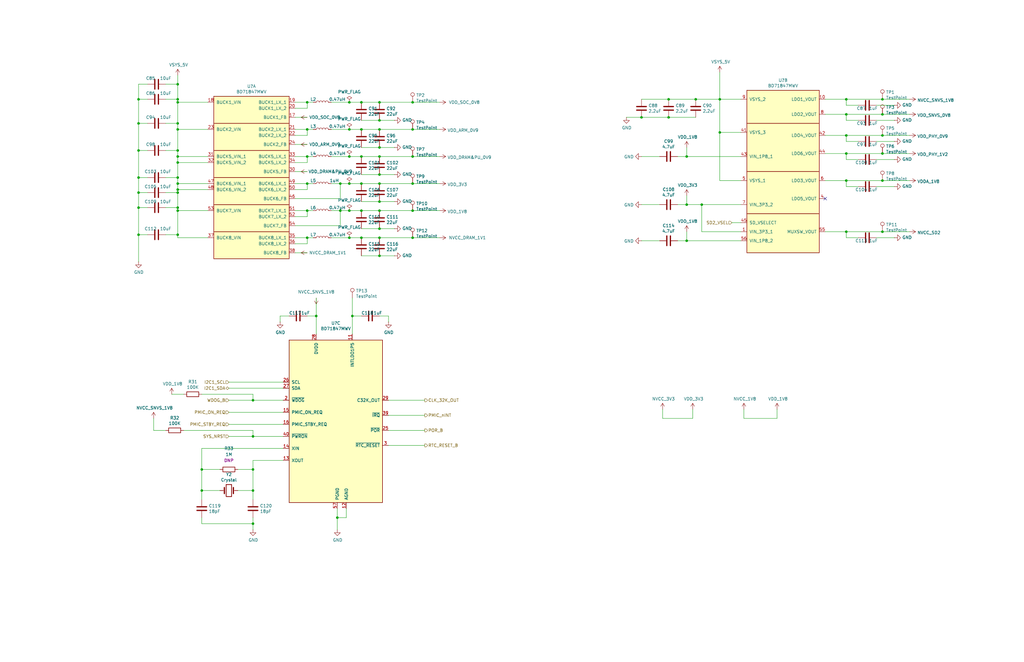
<source format=kicad_sch>
(kicad_sch (version 20231120) (generator "eeschema") (generator_version "8.0")
  (paper "B")
  (title_block (title "kimχ micro") (date "2020-09-27") (rev "0.91") (company "GroupGets, LLC") (comment 2 "https://www.ohwr.org/project/cernohl/wikis/Documents/CERN-OHL-version-2") (comment 3 "Licensed CERN-OHL-S V.2") (comment 4 "Copyright © 2020 GroupGets, LLC"))
  (junction (at 58.42 81.28))
  (junction (at 147.32 100.33))
  (junction (at 173.99 77.47))
  (junction (at 281.94 49.53))
  (junction (at 142.24 218.44))
  (junction (at 160.02 85.09))
  (junction (at 133.35 133.35))
  (junction (at 129.54 43.18))
  (junction (at 372.11 64.77))
  (junction (at 106.68 220.98))
  (junction (at 129.54 66.04))
  (junction (at 270.51 49.53))
  (junction (at 356.87 97.79))
  (junction (at 58.42 63.5))
  (junction (at 289.56 86.36))
  (junction (at 58.42 87.63))
  (junction (at 74.93 81.28))
  (junction (at 58.42 99.06))
  (junction (at 372.11 76.2))
  (junction (at 74.93 54.61))
  (junction (at 160.02 66.04))
  (junction (at 160.02 62.23))
  (junction (at 160.02 73.66))
  (junction (at 74.93 41.91))
  (junction (at 372.11 97.79))
  (junction (at 74.93 68.58))
  (junction (at 143.51 88.9))
  (junction (at 85.09 207.01))
  (junction (at 74.93 74.93))
  (junction (at 147.32 43.18))
  (junction (at 74.93 52.07))
  (junction (at 160.02 96.52))
  (junction (at 129.54 88.9))
  (junction (at 152.4 88.9))
  (junction (at 129.54 54.61))
  (junction (at 129.54 100.33))
  (junction (at 295.91 86.36))
  (junction (at 106.68 168.91))
  (junction (at 356.87 76.2))
  (junction (at 74.93 35.56))
  (junction (at 173.99 88.9))
  (junction (at 129.54 77.47))
  (junction (at 85.09 198.12))
  (junction (at 74.93 63.5))
  (junction (at 160.02 88.9))
  (junction (at 152.4 43.18))
  (junction (at 58.42 52.07))
  (junction (at 356.87 64.77))
  (junction (at 74.93 99.06))
  (junction (at 356.87 57.15))
  (junction (at 303.53 41.91))
  (junction (at 58.42 74.93))
  (junction (at 173.99 43.18))
  (junction (at 160.02 100.33))
  (junction (at 106.68 198.12))
  (junction (at 143.51 77.47))
  (junction (at 372.11 48.26))
  (junction (at 160.02 54.61))
  (junction (at 74.93 80.01))
  (junction (at 148.59 133.35))
  (junction (at 356.87 48.26))
  (junction (at 152.4 66.04))
  (junction (at 58.42 41.91))
  (junction (at 356.87 41.91))
  (junction (at 147.32 77.47))
  (junction (at 147.32 54.61))
  (junction (at 173.99 54.61))
  (junction (at 160.02 77.47))
  (junction (at 160.02 43.18))
  (junction (at 160.02 107.95))
  (junction (at 152.4 77.47))
  (junction (at 147.32 88.9))
  (junction (at 106.68 207.01))
  (junction (at 289.56 101.6))
  (junction (at 74.93 43.18))
  (junction (at 303.53 55.88))
  (junction (at 147.32 66.04))
  (junction (at 281.94 41.91))
  (junction (at 173.99 100.33))
  (junction (at 289.56 66.04))
  (junction (at 74.93 77.47))
  (junction (at 372.11 41.91))
  (junction (at 372.11 57.15))
  (junction (at 173.99 66.04))
  (junction (at 152.4 54.61))
  (junction (at 152.4 100.33))
  (junction (at 293.37 41.91))
  (junction (at 74.93 87.63))
  (junction (at 160.02 50.8))
  (junction (at 74.93 66.04))
  (junction (at 106.68 184.15))
  (junction (at 74.93 88.9))
  (no_connect (at 347.98 83.82))
  (wire (pts (xy 372.11 48.26) (xy 356.87 48.26)))
  (wire (pts (xy 74.93 77.47) (xy 74.93 80.01)))
  (wire (pts (xy 129.54 100.33) (xy 129.54 102.87)))
  (wire (pts (xy 147.32 88.9) (xy 152.4 88.9)))
  (wire (pts (xy 356.87 57.15) (xy 356.87 59.69)))
  (wire (pts (xy 139.7 54.61) (xy 147.32 54.61)))
  (wire (pts (xy 74.93 54.61) (xy 87.63 54.61)))
  (wire (pts (xy 173.99 43.18) (xy 185.42 43.18)))
  (wire (pts (xy 160.02 77.47) (xy 173.99 77.47)))
  (wire (pts (xy 147.32 77.47) (xy 152.4 77.47)))
  (wire (pts (xy 146.05 214.63) (xy 146.05 218.44)))
  (wire (pts (xy 308.61 93.98) (xy 312.42 93.98)))
  (wire (pts (xy 279.4 172.72) (xy 279.4 176.53)))
  (wire (pts (xy 129.54 72.39) (xy 124.46 72.39)))
  (wire (pts (xy 96.52 161.29) (xy 119.38 161.29)))
  (wire (pts (xy 106.68 184.15) (xy 106.68 181.61)))
  (wire (pts (xy 372.11 64.77) (xy 356.87 64.77)))
  (wire (pts (xy 285.75 66.04) (xy 289.56 66.04)))
  (wire (pts (xy 142.24 223.52) (xy 142.24 218.44)))
  (wire (pts (xy 152.4 66.04) (xy 160.02 66.04)))
  (wire (pts (xy 285.75 86.36) (xy 289.56 86.36)))
  (wire (pts (xy 92.71 198.12) (xy 85.09 198.12)))
  (wire (pts (xy 295.91 86.36) (xy 312.42 86.36)))
  (wire (pts (xy 58.42 52.07) (xy 62.23 52.07)))
  (wire (pts (xy 133.35 125.73) (xy 133.35 133.35)))
  (wire (pts (xy 160.02 88.9) (xy 173.99 88.9)))
  (wire (pts (xy 166.37 73.66) (xy 160.02 73.66)))
  (wire (pts (xy 106.68 184.15) (xy 119.38 184.15)))
  (wire (pts (xy 124.46 95.25) (xy 143.51 95.25)))
  (wire (pts (xy 85.09 220.98) (xy 85.09 218.44)))
  (wire (pts (xy 152.4 54.61) (xy 160.02 54.61)))
  (wire (pts (xy 139.7 66.04) (xy 147.32 66.04)))
  (wire (pts (xy 69.85 52.07) (xy 74.93 52.07)))
  (wire (pts (xy 106.68 207.01) (xy 100.33 207.01)))
  (wire (pts (xy 281.94 41.91) (xy 270.51 41.91)))
  (wire (pts (xy 129.54 100.33) (xy 124.46 100.33)))
  (wire (pts (xy 129.54 80.01) (xy 124.46 80.01)))
  (wire (pts (xy 58.42 74.93) (xy 58.42 63.5)))
  (wire (pts (xy 96.52 168.91) (xy 106.68 168.91)))
  (wire (pts (xy 148.59 133.35) (xy 152.4 133.35)))
  (wire (pts (xy 58.42 41.91) (xy 62.23 41.91)))
  (wire (pts (xy 292.1 176.53) (xy 292.1 172.72)))
  (wire (pts (xy 383.54 64.77) (xy 372.11 64.77)))
  (wire (pts (xy 58.42 99.06) (xy 62.23 99.06)))
  (wire (pts (xy 356.87 76.2) (xy 356.87 78.74)))
  (wire (pts (xy 303.53 41.91) (xy 293.37 41.91)))
  (wire (pts (xy 377.19 44.45) (xy 369.57 44.45)))
  (wire (pts (xy 106.68 198.12) (xy 106.68 207.01)))
  (wire (pts (xy 129.54 77.47) (xy 129.54 80.01)))
  (wire (pts (xy 132.08 43.18) (xy 129.54 43.18)))
  (wire (pts (xy 74.93 77.47) (xy 87.63 77.47)))
  (wire (pts (xy 69.85 63.5) (xy 74.93 63.5)))
  (wire (pts (xy 74.93 74.93) (xy 74.93 77.47)))
  (wire (pts (xy 132.08 54.61) (xy 129.54 54.61)))
  (wire (pts (xy 133.35 133.35) (xy 133.35 140.97)))
  (wire (pts (xy 356.87 100.33) (xy 361.95 100.33)))
  (wire (pts (xy 129.54 43.18) (xy 129.54 45.72)))
  (wire (pts (xy 69.85 87.63) (xy 74.93 87.63)))
  (wire (pts (xy 356.87 97.79) (xy 347.98 97.79)))
  (wire (pts (xy 356.87 50.8) (xy 361.95 50.8)))
  (wire (pts (xy 69.85 74.93) (xy 74.93 74.93)))
  (wire (pts (xy 160.02 85.09) (xy 152.4 85.09)))
  (wire (pts (xy 356.87 48.26) (xy 356.87 50.8)))
  (wire (pts (xy 173.99 88.9) (xy 185.42 88.9)))
  (wire (pts (xy 69.85 81.28) (xy 74.93 81.28)))
  (wire (pts (xy 132.08 77.47) (xy 129.54 77.47)))
  (wire (pts (xy 69.85 41.91) (xy 74.93 41.91)))
  (wire (pts (xy 129.54 60.96) (xy 124.46 60.96)))
  (wire (pts (xy 142.24 218.44) (xy 146.05 218.44)))
  (wire (pts (xy 74.93 68.58) (xy 87.63 68.58)))
  (wire (pts (xy 147.32 54.61) (xy 152.4 54.61)))
  (wire (pts (xy 74.93 35.56) (xy 74.93 41.91)))
  (wire (pts (xy 160.02 62.23) (xy 152.4 62.23)))
  (wire (pts (xy 166.37 85.09) (xy 160.02 85.09)))
  (wire (pts (xy 119.38 179.07) (xy 96.52 179.07)))
  (wire (pts (xy 356.87 44.45) (xy 361.95 44.45)))
  (wire (pts (xy 152.4 77.47) (xy 160.02 77.47)))
  (wire (pts (xy 106.68 168.91) (xy 119.38 168.91)))
  (wire (pts (xy 74.93 68.58) (xy 74.93 74.93)))
  (wire (pts (xy 160.02 43.18) (xy 173.99 43.18)))
  (wire (pts (xy 74.93 88.9) (xy 74.93 99.06)))
  (wire (pts (xy 129.54 49.53) (xy 124.46 49.53)))
  (wire (pts (xy 74.93 66.04) (xy 87.63 66.04)))
  (wire (pts (xy 129.54 68.58) (xy 124.46 68.58)))
  (wire (pts (xy 74.93 66.04) (xy 74.93 68.58)))
  (wire (pts (xy 129.54 54.61) (xy 129.54 57.15)))
  (wire (pts (xy 58.42 74.93) (xy 62.23 74.93)))
  (wire (pts (xy 129.54 88.9) (xy 129.54 91.44)))
  (wire (pts (xy 129.54 54.61) (xy 124.46 54.61)))
  (wire (pts (xy 129.54 91.44) (xy 124.46 91.44)))
  (wire (pts (xy 85.09 207.01) (xy 85.09 198.12)))
  (wire (pts (xy 129.54 88.9) (xy 124.46 88.9)))
  (wire (pts (xy 119.38 163.83) (xy 96.52 163.83)))
  (wire (pts (xy 173.99 66.04) (xy 185.42 66.04)))
  (wire (pts (xy 356.87 59.69) (xy 361.95 59.69)))
  (wire (pts (xy 289.56 62.23) (xy 289.56 66.04)))
  (wire (pts (xy 312.42 55.88) (xy 303.53 55.88)))
  (wire (pts (xy 106.68 166.37) (xy 85.09 166.37)))
  (wire (pts (xy 270.51 86.36) (xy 278.13 86.36)))
  (wire (pts (xy 74.93 99.06) (xy 74.93 100.33)))
  (wire (pts (xy 377.19 50.8) (xy 369.57 50.8)))
  (wire (pts (xy 58.42 63.5) (xy 62.23 63.5)))
  (wire (pts (xy 152.4 88.9) (xy 160.02 88.9)))
  (wire (pts (xy 270.51 66.04) (xy 278.13 66.04)))
  (wire (pts (xy 356.87 97.79) (xy 356.87 100.33)))
  (wire (pts (xy 118.11 133.35) (xy 121.92 133.35)))
  (wire (pts (xy 372.11 76.2) (xy 356.87 76.2)))
  (wire (pts (xy 74.93 88.9) (xy 87.63 88.9)))
  (wire (pts (xy 285.75 101.6) (xy 289.56 101.6)))
  (wire (pts (xy 293.37 41.91) (xy 281.94 41.91)))
  (wire (pts (xy 129.54 57.15) (xy 124.46 57.15)))
  (wire (pts (xy 372.11 41.91) (xy 356.87 41.91)))
  (wire (pts (xy 143.51 88.9) (xy 147.32 88.9)))
  (wire (pts (xy 152.4 43.18) (xy 160.02 43.18)))
  (wire (pts (xy 69.85 181.61) (xy 64.77 181.61)))
  (wire (pts (xy 139.7 43.18) (xy 147.32 43.18)))
  (wire (pts (xy 356.87 64.77) (xy 347.98 64.77)))
  (wire (pts (xy 383.54 97.79) (xy 372.11 97.79)))
  (wire (pts (xy 289.56 86.36) (xy 295.91 86.36)))
  (wire (pts (xy 74.93 80.01) (xy 74.93 81.28)))
  (wire (pts (xy 100.33 198.12) (xy 106.68 198.12)))
  (wire (pts (xy 58.42 81.28) (xy 58.42 74.93)))
  (wire (pts (xy 303.53 41.91) (xy 303.53 55.88)))
  (wire (pts (xy 383.54 57.15) (xy 372.11 57.15)))
  (wire (pts (xy 289.56 66.04) (xy 312.42 66.04)))
  (wire (pts (xy 129.54 102.87) (xy 124.46 102.87)))
  (wire (pts (xy 58.42 63.5) (xy 58.42 52.07)))
  (wire (pts (xy 289.56 82.55) (xy 289.56 86.36)))
  (wire (pts (xy 163.83 133.35) (xy 160.02 133.35)))
  (wire (pts (xy 119.38 194.31) (xy 106.68 194.31)))
  (wire (pts (xy 295.91 86.36) (xy 295.91 97.79)))
  (wire (pts (xy 129.54 66.04) (xy 129.54 68.58)))
  (wire (pts (xy 74.93 54.61) (xy 74.93 63.5)))
  (wire (pts (xy 160.02 73.66) (xy 152.4 73.66)))
  (wire (pts (xy 58.42 52.07) (xy 58.42 41.91)))
  (wire (pts (xy 129.54 66.04) (xy 124.46 66.04)))
  (wire (pts (xy 377.19 78.74) (xy 369.57 78.74)))
  (wire (pts (xy 356.87 57.15) (xy 347.98 57.15)))
  (wire (pts (xy 163.83 135.89) (xy 163.83 133.35)))
  (wire (pts (xy 295.91 97.79) (xy 312.42 97.79)))
  (wire (pts (xy 74.93 43.18) (xy 87.63 43.18)))
  (wire (pts (xy 356.87 41.91) (xy 356.87 44.45)))
  (wire (pts (xy 163.83 175.26) (xy 179.07 175.26)))
  (wire (pts (xy 303.53 76.2) (xy 312.42 76.2)))
  (wire (pts (xy 64.77 176.53) (xy 64.77 181.61)))
  (wire (pts (xy 372.11 57.15) (xy 356.87 57.15)))
  (wire (pts (xy 132.08 66.04) (xy 129.54 66.04)))
  (wire (pts (xy 173.99 100.33) (xy 185.42 100.33)))
  (wire (pts (xy 270.51 49.53) (xy 281.94 49.53)))
  (wire (pts (xy 312.42 41.91) (xy 303.53 41.91)))
  (wire (pts (xy 139.7 77.47) (xy 143.51 77.47)))
  (wire (pts (xy 74.93 52.07) (xy 74.93 54.61)))
  (wire (pts (xy 356.87 48.26) (xy 347.98 48.26)))
  (wire (pts (xy 383.54 41.91) (xy 372.11 41.91)))
  (wire (pts (xy 139.7 88.9) (xy 143.51 88.9)))
  (wire (pts (xy 356.87 41.91) (xy 347.98 41.91)))
  (wire (pts (xy 163.83 187.96) (xy 179.07 187.96)))
  (wire (pts (xy 383.54 76.2) (xy 372.11 76.2)))
  (wire (pts (xy 303.53 30.48) (xy 303.53 41.91)))
  (wire (pts (xy 74.93 87.63) (xy 74.93 88.9)))
  (wire (pts (xy 58.42 99.06) (xy 58.42 87.63)))
  (wire (pts (xy 356.87 78.74) (xy 361.95 78.74)))
  (wire (pts (xy 270.51 101.6) (xy 278.13 101.6)))
  (wire (pts (xy 69.85 99.06) (xy 74.93 99.06)))
  (wire (pts (xy 106.68 194.31) (xy 106.68 198.12)))
  (wire (pts (xy 166.37 50.8) (xy 160.02 50.8)))
  (wire (pts (xy 356.87 67.31) (xy 361.95 67.31)))
  (wire (pts (xy 377.19 67.31) (xy 369.57 67.31)))
  (wire (pts (xy 132.08 88.9) (xy 129.54 88.9)))
  (wire (pts (xy 74.93 100.33) (xy 87.63 100.33)))
  (wire (pts (xy 143.51 95.25) (xy 143.51 88.9)))
  (wire (pts (xy 58.42 81.28) (xy 62.23 81.28)))
  (wire (pts (xy 74.93 80.01) (xy 87.63 80.01)))
  (wire (pts (xy 74.93 41.91) (xy 74.93 43.18)))
  (wire (pts (xy 160.02 54.61) (xy 173.99 54.61)))
  (wire (pts (xy 118.11 135.89) (xy 118.11 133.35)))
  (wire (pts (xy 85.09 207.01) (xy 92.71 207.01)))
  (wire (pts (xy 132.08 100.33) (xy 129.54 100.33)))
  (wire (pts (xy 377.19 59.69) (xy 369.57 59.69)))
  (wire (pts (xy 74.93 81.28) (xy 74.93 87.63)))
  (wire (pts (xy 58.42 35.56) (xy 62.23 35.56)))
  (wire (pts (xy 85.09 198.12) (xy 85.09 189.23)))
  (wire (pts (xy 124.46 83.82) (xy 143.51 83.82)))
  (wire (pts (xy 96.52 173.99) (xy 119.38 173.99)))
  (wire (pts (xy 173.99 77.47) (xy 185.42 77.47)))
  (wire (pts (xy 139.7 100.33) (xy 147.32 100.33)))
  (wire (pts (xy 147.32 66.04) (xy 152.4 66.04)))
  (wire (pts (xy 85.09 189.23) (xy 119.38 189.23)))
  (wire (pts (xy 129.54 106.68) (xy 124.46 106.68)))
  (wire (pts (xy 74.93 35.56) (xy 69.85 35.56)))
  (wire (pts (xy 313.69 172.72) (xy 313.69 176.53)))
  (wire (pts (xy 281.94 49.53) (xy 293.37 49.53)))
  (wire (pts (xy 74.93 31.75) (xy 74.93 35.56)))
  (wire (pts (xy 166.37 62.23) (xy 160.02 62.23)))
  (wire (pts (xy 142.24 214.63) (xy 142.24 218.44)))
  (wire (pts (xy 160.02 96.52) (xy 152.4 96.52)))
  (wire (pts (xy 85.09 210.82) (xy 85.09 207.01)))
  (wire (pts (xy 160.02 107.95) (xy 152.4 107.95)))
  (wire (pts (xy 143.51 77.47) (xy 147.32 77.47)))
  (wire (pts (xy 124.46 43.18) (xy 129.54 43.18)))
  (wire (pts (xy 58.42 87.63) (xy 62.23 87.63)))
  (wire (pts (xy 106.68 207.01) (xy 106.68 210.82)))
  (wire (pts (xy 148.59 133.35) (xy 148.59 140.97)))
  (wire (pts (xy 383.54 48.26) (xy 372.11 48.26)))
  (wire (pts (xy 377.19 100.33) (xy 369.57 100.33)))
  (wire (pts (xy 148.59 125.73) (xy 148.59 133.35)))
  (wire (pts (xy 289.56 101.6) (xy 312.42 101.6)))
  (wire (pts (xy 372.11 97.79) (xy 356.87 97.79)))
  (wire (pts (xy 160.02 66.04) (xy 173.99 66.04)))
  (wire (pts (xy 106.68 223.52) (xy 106.68 220.98)))
  (wire (pts (xy 58.42 87.63) (xy 58.42 81.28)))
  (wire (pts (xy 106.68 220.98) (xy 106.68 218.44)))
  (wire (pts (xy 72.39 166.37) (xy 77.47 166.37)))
  (wire (pts (xy 179.07 168.91) (xy 163.83 168.91)))
  (wire (pts (xy 356.87 76.2) (xy 347.98 76.2)))
  (wire (pts (xy 152.4 100.33) (xy 160.02 100.33)))
  (wire (pts (xy 96.52 184.15) (xy 106.68 184.15)))
  (wire (pts (xy 147.32 100.33) (xy 152.4 100.33)))
  (wire (pts (xy 160.02 100.33) (xy 173.99 100.33)))
  (wire (pts (xy 303.53 55.88) (xy 303.53 76.2)))
  (wire (pts (xy 356.87 64.77) (xy 356.87 67.31)))
  (wire (pts (xy 106.68 181.61) (xy 77.47 181.61)))
  (wire (pts (xy 74.93 43.18) (xy 74.93 52.07)))
  (wire (pts (xy 143.51 83.82) (xy 143.51 77.47)))
  (wire (pts (xy 129.54 77.47) (xy 124.46 77.47)))
  (wire (pts (xy 179.07 181.61) (xy 163.83 181.61)))
  (wire (pts (xy 166.37 107.95) (xy 160.02 107.95)))
  (wire (pts (xy 327.66 176.53) (xy 327.66 172.72)))
  (wire (pts (xy 74.93 63.5) (xy 74.93 66.04)))
  (wire (pts (xy 106.68 168.91) (xy 106.68 166.37)))
  (wire (pts (xy 289.56 97.79) (xy 289.56 101.6)))
  (wire (pts (xy 264.16 49.53) (xy 270.51 49.53)))
  (wire (pts (xy 313.69 176.53) (xy 327.66 176.53)))
  (wire (pts (xy 58.42 110.49) (xy 58.42 99.06)))
  (wire (pts (xy 129.54 45.72) (xy 124.46 45.72)))
  (wire (pts (xy 106.68 220.98) (xy 85.09 220.98)))
  (wire (pts (xy 173.99 54.61) (xy 185.42 54.61)))
  (wire (pts (xy 160.02 50.8) (xy 152.4 50.8)))
  (wire (pts (xy 166.37 96.52) (xy 160.02 96.52)))
  (wire (pts (xy 58.42 41.91) (xy 58.42 35.56)))
  (wire (pts (xy 147.32 43.18) (xy 152.4 43.18)))
  (wire (pts (xy 279.4 176.53) (xy 292.1 176.53)))
  (wire (pts (xy 129.54 133.35) (xy 133.35 133.35)))
  (hierarchical_label "SYS_NRST" (shape input) (at 96.52 184.15 180))
  (hierarchical_label "PMIC_nINT" (shape output) (at 179.07 175.26 0))
  (hierarchical_label "SD2_VSEL" (shape input) (at 308.61 93.98 180))
  (hierarchical_label "PMIC_ON_REQ" (shape input) (at 96.52 173.99 180))
  (hierarchical_label "I2C1_SDA" (shape bidirectional) (at 96.52 163.83 180))
  (hierarchical_label "CLK_32K_OUT" (shape output) (at 179.07 168.91 0))
  (hierarchical_label "RTC_RESET_B" (shape output) (at 179.07 187.96 0))
  (hierarchical_label "POR_B" (shape output) (at 179.07 181.61 0))
  (hierarchical_label "PMIC_STBY_REQ" (shape input) (at 96.52 179.07 180))
  (hierarchical_label "WDOG_B" (shape input) (at 96.52 168.91 180))
  (hierarchical_label "I2C1_SCL" (shape input) (at 96.52 161.29 180))
  (symbol (lib_id "mxenc:BD71847MWV") (at 105.41 74.93 0) (unit 1)
    (property "Reference" "U4" (at 106.045 36.3982 0))
    (property "Value" "BD71847MWV" (at 106.045 38.7096 0))
    (property "Footprint" "mxenc:QFN-56_EP_7x7_Pitch0.4mm" (effects (hide yes)))
    (property "Mfgr" "ROHM" (effects (hide yes)))
    (property "Vendorpart" "BD71847AMWV-E2CT-ND" (effects (hide yes)))
    (property "Mfgrpart" "BD71847AMWV-E2" (effects (hide yes)))
    (instances (project "" (path "" (reference "U?") (unit 1)) (path "" (reference "U4") (unit 1))))
  )
  (symbol (lib_id "mxenc:BD71847MWV") (at 330.2 72.39 0) (unit 2)
    (property "Reference" "U4" (at 330.2 33.8582 0))
    (property "Value" "BD71847MWV" (at 330.2 36.1696 0))
    (property "Footprint" "mxenc:QFN-56_EP_7x7_Pitch0.4mm" (effects (hide yes)))
    (property "Mfgr" "ROHM" (effects (hide yes)))
    (property "Vendorpart" "BD71847AMWV-E2CT-ND" (effects (hide yes)))
    (property "Mfgrpart" "BD71847AMWV-E2" (effects (hide yes)))
    (instances (project "" (path "" (reference "U?") (unit 2)) (path "" (reference "U4") (unit 2))))
  )
  (symbol (lib_id "mxenc:BD71847MWV") (at 137.16 177.8 0) (unit 3)
    (property "Reference" "U4" (at 141.605 136.3726 0))
    (property "Value" "BD71847MWV" (at 141.605 138.684 0))
    (property "Footprint" "mxenc:QFN-56_EP_7x7_Pitch0.4mm" (effects (hide yes)))
    (property "Mfgr" "ROHM" (effects (hide yes)))
    (property "Vendorpart" "BD71847AMWV-E2CT-ND" (effects (hide yes)))
    (property "Mfgrpart" "BD71847AMWV-E2" (effects (hide yes)))
    (instances (project "" (path "" (reference "U?") (unit 3)) (path "" (reference "U4") (unit 3))))
  )
  (symbol (lib_id "mxenc:VSYS_5V") (at 74.93 31.75 0) (unit 1)
    (property "Reference" "#PWR083" (effects (hide yes)))
    (property "Value" "VSYS_5V" (at 75.311 27.3558 0))
  )
  (symbol (lib_id "mxenc:VDD_SOC_0V8") (at 129.54 49.53 90) (unit 1)
    (property "Reference" "#PWR088" (effects (hide yes)))
    (property "Value" "VDD_SOC_0V8" (at 143.51 49.53 90) (effects (justify left)))
  )
  (symbol (lib_id "mxenc:VDD_ARM_0V9") (at 129.54 60.96 90) (unit 1)
    (property "Reference" "#PWR095" (effects (hide yes)))
    (property "Value" "VDD_ARM_0V9" (at 143.51 60.96 90) (effects (justify left)))
  )
  (symbol (lib_id "mxenc:VDD_DRAM&PU_0V9") (at 129.54 72.39 90) (unit 1)
    (property "Reference" "#PWR0102" (effects (hide yes)))
    (property "Value" "VDD_DRAM&PU_0V9" (at 148.59 72.39 90) (effects (justify left)))
  )
  (symbol (lib_id "mxenc:NVCC_DRAM_1V1") (at 129.54 106.68 90) (unit 1)
    (property "Reference" "#PWR0117" (effects (hide yes)))
    (property "Value" "NVCC_DRAM_1V1" (at 146.05 106.68 90) (effects (justify left)))
  )
  (symbol (lib_id "Device:L") (at 135.89 43.18 90) (unit 1)
    (property "Reference" "L2" (at 132.08 41.91 90))
    (property "Value" "0.47uH" (at 142.24 41.91 90))
    (property "Footprint" "mxenc:L_0806" (effects (hide yes)))
    (property "Vendorpart" "1276-6902-1-ND" (effects (hide yes)))
    (property "Mfgr" "Samsung" (effects (hide yes)))
    (property "Mfgrpart" "CIGT201610EHR47MNE" (effects (hide yes)))
  )
  (symbol (lib_id "mxenc:VDD_SOC_0V8") (at 185.42 43.18 270) (unit 1)
    (property "Reference" "#PWR085" (effects (hide yes)))
    (property "Value" "VDD_SOC_0V8" (at 189.23 43.18 90) (effects (justify left)))
  )
  (symbol (lib_id "Device:C") (at 152.4 46.99 180) (unit 1)
    (property "Reference" "C91" (at 155.321 45.8216 0) (effects (justify right)))
    (property "Value" "22uF" (at 155.321 48.133 0) (effects (justify right)))
    (property "Footprint" "Capacitor_SMD:C_0603_1608Metric" (effects (hide yes)))
    (property "Mfgr" "Murata" (effects (hide yes)))
    (property "Vendorpart" "490-10471-1-ND" (effects (hide yes)))
    (property "Mfgrpart" "GRM188C80J226ME15D" (effects (hide yes)))
  )
  (symbol (lib_id "Device:C") (at 160.02 46.99 180) (unit 1)
    (property "Reference" "C92" (at 162.941 45.8216 0) (effects (justify right)))
    (property "Value" "22uF" (at 162.941 48.133 0) (effects (justify right)))
    (property "Footprint" "Capacitor_SMD:C_0603_1608Metric" (effects (hide yes)))
    (property "Mfgr" "Murata" (effects (hide yes)))
    (property "Vendorpart" "490-10471-1-ND" (effects (hide yes)))
    (property "Mfgrpart" "GRM188C80J226ME15D" (effects (hide yes)))
  )
  (symbol (lib_id "power:GND") (at 166.37 50.8 90) (unit 1)
    (property "Reference" "#PWR090" (effects (hide yes)))
    (property "Value" "GND" (at 169.6212 50.673 90) (effects (justify right)))
  )
  (symbol (lib_id "Connector:TestPoint") (at 173.99 43.18 0) (unit 1)
    (property "Reference" "TP2" (at 175.4632 40.1828 0) (effects (justify left)))
    (property "Value" "TestPoint" (at 175.4632 42.4942 0) (effects (justify left)))
    (property "Footprint" "TestPoint:TestPoint_Pad_D1.0mm" (effects (hide yes)))
  )
  (symbol (lib_id "Device:L") (at 135.89 54.61 90) (unit 1)
    (property "Reference" "L3" (at 132.08 53.34 90))
    (property "Value" "0.47uH" (at 142.24 53.34 90))
    (property "Footprint" "mxenc:L_0806" (effects (hide yes)))
    (property "Vendorpart" "1276-6902-1-ND" (effects (hide yes)))
    (property "Mfgr" "Samsung" (effects (hide yes)))
    (property "Mfgrpart" "CIGT201610EHR47MNE" (effects (hide yes)))
  )
  (symbol (lib_id "Device:C") (at 152.4 58.42 180) (unit 1)
    (property "Reference" "C95" (at 155.321 57.2516 0) (effects (justify right)))
    (property "Value" "22uF" (at 155.321 59.563 0) (effects (justify right)))
    (property "Footprint" "Capacitor_SMD:C_0603_1608Metric" (effects (hide yes)))
    (property "Mfgr" "Murata" (effects (hide yes)))
    (property "Vendorpart" "490-10471-1-ND" (effects (hide yes)))
    (property "Mfgrpart" "GRM188C80J226ME15D" (effects (hide yes)))
  )
  (symbol (lib_id "Device:C") (at 160.02 58.42 180) (unit 1)
    (property "Reference" "C96" (at 162.941 57.2516 0) (effects (justify right)))
    (property "Value" "22uF" (at 162.941 59.563 0) (effects (justify right)))
    (property "Footprint" "Capacitor_SMD:C_0603_1608Metric" (effects (hide yes)))
    (property "Mfgr" "Murata" (effects (hide yes)))
    (property "Vendorpart" "490-10471-1-ND" (effects (hide yes)))
    (property "Mfgrpart" "GRM188C80J226ME15D" (effects (hide yes)))
  )
  (symbol (lib_id "Connector:TestPoint") (at 173.99 54.61 0) (unit 1)
    (property "Reference" "TP4" (at 175.4632 51.6128 0) (effects (justify left)))
    (property "Value" "TestPoint" (at 175.4632 53.9242 0) (effects (justify left)))
    (property "Footprint" "TestPoint:TestPoint_Pad_D1.0mm" (effects (hide yes)))
  )
  (symbol (lib_id "power:GND") (at 166.37 62.23 90) (unit 1)
    (property "Reference" "#PWR096" (effects (hide yes)))
    (property "Value" "GND" (at 169.6212 62.103 90) (effects (justify right)))
  )
  (symbol (lib_id "Device:L") (at 135.89 66.04 90) (unit 1)
    (property "Reference" "L4" (at 132.08 64.77 90))
    (property "Value" "0.47uH" (at 142.24 64.77 90))
    (property "Footprint" "mxenc:L_0806" (effects (hide yes)))
    (property "Vendorpart" "1276-6902-1-ND" (effects (hide yes)))
    (property "Mfgr" "Samsung" (effects (hide yes)))
    (property "Mfgrpart" "CIGT201610EHR47MNE" (effects (hide yes)))
  )
  (symbol (lib_id "Device:C") (at 152.4 69.85 180) (unit 1)
    (property "Reference" "C101" (at 155.321 68.6816 0) (effects (justify right)))
    (property "Value" "22uF" (at 155.321 70.993 0) (effects (justify right)))
    (property "Footprint" "Capacitor_SMD:C_0603_1608Metric" (effects (hide yes)))
    (property "Mfgr" "Murata" (effects (hide yes)))
    (property "Vendorpart" "490-10471-1-ND" (effects (hide yes)))
    (property "Mfgrpart" "GRM188C80J226ME15D" (effects (hide yes)))
  )
  (symbol (lib_id "Device:C") (at 160.02 69.85 180) (unit 1)
    (property "Reference" "C102" (at 162.941 68.6816 0) (effects (justify right)))
    (property "Value" "22uF" (at 162.941 70.993 0) (effects (justify right)))
    (property "Footprint" "Capacitor_SMD:C_0603_1608Metric" (effects (hide yes)))
    (property "Mfgr" "Murata" (effects (hide yes)))
    (property "Vendorpart" "490-10471-1-ND" (effects (hide yes)))
    (property "Mfgrpart" "GRM188C80J226ME15D" (effects (hide yes)))
  )
  (symbol (lib_id "Connector:TestPoint") (at 173.99 66.04 0) (unit 1)
    (property "Reference" "TP7" (at 175.4632 63.0428 0) (effects (justify left)))
    (property "Value" "TestPoint" (at 175.4632 65.3542 0) (effects (justify left)))
    (property "Footprint" "TestPoint:TestPoint_Pad_D1.0mm" (effects (hide yes)))
  )
  (symbol (lib_id "power:GND") (at 166.37 73.66 90) (unit 1)
    (property "Reference" "#PWR0103" (effects (hide yes)))
    (property "Value" "GND" (at 169.6212 73.533 90) (effects (justify right)))
  )
  (symbol (lib_id "Device:L") (at 135.89 77.47 90) (unit 1)
    (property "Reference" "L5" (at 132.08 76.2 90))
    (property "Value" "1uH" (at 140.97 76.2 90))
    (property "Footprint" "mxenc:L_0806" (effects (hide yes)))
    (property "Vendorpart" "1276-6900-1-ND" (effects (hide yes)))
    (property "Mfgr" "Samsung" (effects (hide yes)))
    (property "Mfgrpart" "CIGT201610EH1R0MNE" (effects (hide yes)))
  )
  (symbol (lib_id "Device:C") (at 152.4 81.28 180) (unit 1)
    (property "Reference" "C106" (at 155.321 80.1116 0) (effects (justify right)))
    (property "Value" "22uF" (at 155.321 82.423 0) (effects (justify right)))
    (property "Footprint" "Capacitor_SMD:C_0603_1608Metric" (effects (hide yes)))
    (property "Mfgr" "Murata" (effects (hide yes)))
    (property "Vendorpart" "490-10471-1-ND" (effects (hide yes)))
    (property "Mfgrpart" "GRM188C80J226ME15D" (effects (hide yes)))
  )
  (symbol (lib_id "Device:C") (at 160.02 81.28 180) (unit 1)
    (property "Reference" "C107" (at 162.941 80.1116 0) (effects (justify right)))
    (property "Value" "22uF" (at 162.941 82.423 0) (effects (justify right)))
    (property "Footprint" "Capacitor_SMD:C_0603_1608Metric" (effects (hide yes)))
    (property "Mfgr" "Murata" (effects (hide yes)))
    (property "Vendorpart" "490-10471-1-ND" (effects (hide yes)))
    (property "Mfgrpart" "GRM188C80J226ME15D" (effects (hide yes)))
  )
  (symbol (lib_id "Connector:TestPoint") (at 173.99 77.47 0) (unit 1)
    (property "Reference" "TP9" (at 175.4632 74.4728 0) (effects (justify left)))
    (property "Value" "TestPoint" (at 175.4632 76.7842 0) (effects (justify left)))
    (property "Footprint" "TestPoint:TestPoint_Pad_D1.0mm" (effects (hide yes)))
  )
  (symbol (lib_id "power:GND") (at 166.37 85.09 90) (unit 1)
    (property "Reference" "#PWR0108" (effects (hide yes)))
    (property "Value" "GND" (at 169.6212 84.963 90) (effects (justify right)))
  )
  (symbol (lib_id "Device:L") (at 135.89 88.9 90) (unit 1)
    (property "Reference" "L6" (at 132.08 87.63 90))
    (property "Value" "0.47uH" (at 142.24 87.63 90))
    (property "Footprint" "mxenc:L_0806" (effects (hide yes)))
    (property "Vendorpart" "1276-6902-1-ND" (effects (hide yes)))
    (property "Mfgr" "Samsung" (effects (hide yes)))
    (property "Mfgrpart" "CIGT201610EHR47MNE" (effects (hide yes)))
  )
  (symbol (lib_id "Device:C") (at 152.4 92.71 180) (unit 1)
    (property "Reference" "C110" (at 155.321 91.5416 0) (effects (justify right)))
    (property "Value" "22uF" (at 155.321 93.853 0) (effects (justify right)))
    (property "Footprint" "Capacitor_SMD:C_0603_1608Metric" (effects (hide yes)))
    (property "Mfgr" "Murata" (effects (hide yes)))
    (property "Vendorpart" "490-10471-1-ND" (effects (hide yes)))
    (property "Mfgrpart" "GRM188C80J226ME15D" (effects (hide yes)))
  )
  (symbol (lib_id "Device:C") (at 160.02 92.71 180) (unit 1)
    (property "Reference" "C111" (at 162.941 91.5416 0) (effects (justify right)))
    (property "Value" "22uF" (at 162.941 93.853 0) (effects (justify right)))
    (property "Footprint" "Capacitor_SMD:C_0603_1608Metric" (effects (hide yes)))
    (property "Mfgr" "Murata" (effects (hide yes)))
    (property "Vendorpart" "490-10471-1-ND" (effects (hide yes)))
    (property "Mfgrpart" "GRM188C80J226ME15D" (effects (hide yes)))
  )
  (symbol (lib_id "Connector:TestPoint") (at 173.99 88.9 0) (unit 1)
    (property "Reference" "TP10" (at 175.4632 85.9028 0) (effects (justify left)))
    (property "Value" "TestPoint" (at 175.4632 88.2142 0) (effects (justify left)))
    (property "Footprint" "TestPoint:TestPoint_Pad_D1.0mm" (effects (hide yes)))
  )
  (symbol (lib_id "Device:L") (at 135.89 100.33 90) (unit 1)
    (property "Reference" "L7" (at 132.08 99.06 90))
    (property "Value" "0.47uH" (at 142.24 99.06 90))
    (property "Footprint" "mxenc:L_0806" (effects (hide yes)))
    (property "Vendorpart" "1276-6902-1-ND" (effects (hide yes)))
    (property "Mfgr" "Samsung" (effects (hide yes)))
    (property "Mfgrpart" "CIGT201610EHR47MNE" (effects (hide yes)))
  )
  (symbol (lib_id "Device:C") (at 152.4 104.14 180) (unit 1)
    (property "Reference" "C115" (at 155.321 102.9716 0) (effects (justify right)))
    (property "Value" "22uF" (at 155.321 105.283 0) (effects (justify right)))
    (property "Footprint" "Capacitor_SMD:C_0603_1608Metric" (effects (hide yes)))
    (property "Mfgr" "Murata" (effects (hide yes)))
    (property "Vendorpart" "490-10471-1-ND" (effects (hide yes)))
    (property "Mfgrpart" "GRM188C80J226ME15D" (effects (hide yes)))
  )
  (symbol (lib_id "Device:C") (at 160.02 104.14 180) (unit 1)
    (property "Reference" "C116" (at 162.941 102.9716 0) (effects (justify right)))
    (property "Value" "22uF" (at 162.941 105.283 0) (effects (justify right)))
    (property "Footprint" "Capacitor_SMD:C_0603_1608Metric" (effects (hide yes)))
    (property "Mfgr" "Murata" (effects (hide yes)))
    (property "Vendorpart" "490-10471-1-ND" (effects (hide yes)))
    (property "Mfgrpart" "GRM188C80J226ME15D" (effects (hide yes)))
  )
  (symbol (lib_id "Connector:TestPoint") (at 173.99 100.33 0) (unit 1)
    (property "Reference" "TP12" (at 175.4632 97.3328 0) (effects (justify left)))
    (property "Value" "TestPoint" (at 175.4632 99.6442 0) (effects (justify left)))
    (property "Footprint" "TestPoint:TestPoint_Pad_D1.0mm" (effects (hide yes)))
  )
  (symbol (lib_id "power:GND") (at 166.37 96.52 90) (unit 1)
    (property "Reference" "#PWR0111" (effects (hide yes)))
    (property "Value" "GND" (at 169.6212 96.393 90) (effects (justify right)))
  )
  (symbol (lib_id "power:GND") (at 166.37 107.95 90) (unit 1)
    (property "Reference" "#PWR0118" (effects (hide yes)))
    (property "Value" "GND" (at 169.6212 107.823 90) (effects (justify right)))
  )
  (symbol (lib_id "mxenc:NVCC_DRAM_1V1") (at 185.42 100.33 270) (unit 1)
    (property "Reference" "#PWR0114" (effects (hide yes)))
    (property "Value" "NVCC_DRAM_1V1" (at 189.23 100.33 90) (effects (justify left)))
  )
  (symbol (lib_id "mxenc:VDD_1V8") (at 185.42 88.9 270) (unit 1)
    (property "Reference" "#PWR0110" (effects (hide yes)))
    (property "Value" "VDD_1V8" (at 188.6712 89.281 90) (effects (justify left)))
  )
  (symbol (lib_id "mxenc:VDD_3V3") (at 185.42 77.47 270) (unit 1)
    (property "Reference" "#PWR0105" (effects (hide yes)))
    (property "Value" "VDD_3V3" (at 188.6712 77.851 90) (effects (justify left)))
  )
  (symbol (lib_id "mxenc:VDD_DRAM&PU_0V9") (at 185.42 66.04 270) (unit 1)
    (property "Reference" "#PWR099" (effects (hide yes)))
    (property "Value" "VDD_DRAM&PU_0V9" (at 188.6712 66.421 90) (effects (justify left)))
  )
  (symbol (lib_id "mxenc:VDD_ARM_0V9") (at 185.42 54.61 270) (unit 1)
    (property "Reference" "#PWR092" (effects (hide yes)))
    (property "Value" "VDD_ARM_0V9" (at 188.6712 54.991 90) (effects (justify left)))
  )
  (symbol (lib_id "Device:C") (at 66.04 35.56 270) (unit 1)
    (property "Reference" "C85" (at 63.5 33.02 90))
    (property "Value" "10uF" (at 69.85 33.02 90))
    (property "Footprint" "Capacitor_SMD:C_0603_1608Metric" (effects (hide yes)))
    (property "Mfgr" "Samsung" (effects (hide yes)))
    (property "Vendorpart" "1276-6769-1-ND" (effects (hide yes)))
    (property "Mfgrpart" "CL10X106MO8NRNC" (effects (hide yes)))
  )
  (symbol (lib_id "Device:C") (at 66.04 41.91 270) (unit 1)
    (property "Reference" "C86" (at 63.5 39.37 90))
    (property "Value" "10uF" (at 69.85 39.37 90))
    (property "Footprint" "Capacitor_SMD:C_0603_1608Metric" (effects (hide yes)))
    (property "Mfgr" "Samsung" (effects (hide yes)))
    (property "Vendorpart" "1276-6769-1-ND" (effects (hide yes)))
    (property "Mfgrpart" "CL10X106MO8NRNC" (effects (hide yes)))
  )
  (symbol (lib_id "Device:C") (at 66.04 52.07 270) (unit 1)
    (property "Reference" "C94" (at 63.5 49.53 90))
    (property "Value" "10uF" (at 69.85 49.53 90))
    (property "Footprint" "Capacitor_SMD:C_0603_1608Metric" (effects (hide yes)))
    (property "Mfgr" "Samsung" (effects (hide yes)))
    (property "Vendorpart" "1276-6769-1-ND" (effects (hide yes)))
    (property "Mfgrpart" "CL10X106MO8NRNC" (effects (hide yes)))
  )
  (symbol (lib_id "Device:C") (at 66.04 63.5 270) (unit 1)
    (property "Reference" "C98" (at 63.5 60.96 90))
    (property "Value" "10uF" (at 69.85 60.96 90))
    (property "Footprint" "Capacitor_SMD:C_0603_1608Metric" (effects (hide yes)))
    (property "Mfgr" "Samsung" (effects (hide yes)))
    (property "Vendorpart" "1276-6769-1-ND" (effects (hide yes)))
    (property "Mfgrpart" "CL10X106MO8NRNC" (effects (hide yes)))
  )
  (symbol (lib_id "Device:C") (at 66.04 74.93 270) (unit 1)
    (property "Reference" "C103" (at 63.5 72.39 90))
    (property "Value" "10uF" (at 69.85 72.39 90))
    (property "Footprint" "Capacitor_SMD:C_0603_1608Metric" (effects (hide yes)))
    (property "Mfgr" "Samsung" (effects (hide yes)))
    (property "Vendorpart" "1276-6769-1-ND" (effects (hide yes)))
    (property "Mfgrpart" "CL10X106MO8NRNC" (effects (hide yes)))
  )
  (symbol (lib_id "Device:C") (at 66.04 81.28 270) (unit 1)
    (property "Reference" "C105" (at 63.5 78.74 90))
    (property "Value" "10uF" (at 69.85 78.74 90))
    (property "Footprint" "Capacitor_SMD:C_0603_1608Metric" (effects (hide yes)))
    (property "Mfgr" "Samsung" (effects (hide yes)))
    (property "Vendorpart" "1276-6769-1-ND" (effects (hide yes)))
    (property "Mfgrpart" "CL10X106MO8NRNC" (effects (hide yes)))
  )
  (symbol (lib_id "Device:C") (at 66.04 87.63 270) (unit 1)
    (property "Reference" "C109" (at 63.5 85.09 90))
    (property "Value" "10uF" (at 69.85 85.09 90))
    (property "Footprint" "Capacitor_SMD:C_0603_1608Metric" (effects (hide yes)))
    (property "Mfgr" "Samsung" (effects (hide yes)))
    (property "Vendorpart" "1276-6769-1-ND" (effects (hide yes)))
    (property "Mfgrpart" "CL10X106MO8NRNC" (effects (hide yes)))
  )
  (symbol (lib_id "Device:C") (at 66.04 99.06 270) (unit 1)
    (property "Reference" "C112" (at 63.5 96.52 90))
    (property "Value" "10uF" (at 69.85 96.52 90))
    (property "Footprint" "Capacitor_SMD:C_0603_1608Metric" (effects (hide yes)))
    (property "Mfgr" "Samsung" (effects (hide yes)))
    (property "Vendorpart" "1276-6769-1-ND" (effects (hide yes)))
    (property "Mfgrpart" "CL10X106MO8NRNC" (effects (hide yes)))
  )
  (symbol (lib_id "power:GND") (at 58.42 110.49 0) (unit 1)
    (property "Reference" "#PWR0119" (effects (hide yes)))
    (property "Value" "GND" (at 58.547 114.8842 0))
  )
  (symbol (lib_id "mxenc:VSYS_5V") (at 303.53 30.48 0) (unit 1)
    (property "Reference" "#PWR082" (effects (hide yes)))
    (property "Value" "VSYS_5V" (at 303.911 26.0858 0))
  )
  (symbol (lib_id "Device:C") (at 281.94 45.72 0) (unit 1)
    (property "Reference" "C89" (at 284.861 44.5516 0) (effects (justify left)))
    (property "Value" "2.2uF" (at 284.861 46.863 0) (effects (justify left)))
    (property "Footprint" "Capacitor_SMD:C_0402_1005Metric" (effects (hide yes)))
    (property "Mfgr" "Murata" (effects (hide yes)))
    (property "Vendorpart" "490-10013-1-ND" (effects (hide yes)))
    (property "Mfgrpart" "GRM155C80J225ME95D" (effects (hide yes)))
  )
  (symbol (lib_id "Device:C") (at 293.37 45.72 0) (unit 1)
    (property "Reference" "C90" (at 296.291 44.5516 0) (effects (justify left)))
    (property "Value" "2.2uF" (at 296.291 46.863 0) (effects (justify left)))
    (property "Footprint" "Capacitor_SMD:C_0402_1005Metric" (effects (hide yes)))
    (property "Mfgr" "Murata" (effects (hide yes)))
    (property "Vendorpart" "490-10013-1-ND" (effects (hide yes)))
    (property "Mfgrpart" "GRM155C80J225ME95D" (effects (hide yes)))
  )
  (symbol (lib_id "Device:C") (at 270.51 45.72 0) (unit 1)
    (property "Reference" "C88" (at 273.431 44.5516 0) (effects (justify left)))
    (property "Value" "2.2uF" (at 273.431 46.863 0) (effects (justify left)))
    (property "Footprint" "Capacitor_SMD:C_0402_1005Metric" (effects (hide yes)))
    (property "Mfgr" "Murata" (effects (hide yes)))
    (property "Vendorpart" "490-10013-1-ND" (effects (hide yes)))
    (property "Mfgrpart" "GRM155C80J225ME95D" (effects (hide yes)))
  )
  (symbol (lib_id "power:GND") (at 264.16 49.53 0) (unit 1)
    (property "Reference" "#PWR089" (effects (hide yes)))
    (property "Value" "GND" (at 264.287 53.9242 0))
  )
  (symbol (lib_id "mxenc:VDD_1V8") (at 289.56 62.23 0) (unit 1)
    (property "Reference" "#PWR097" (effects (hide yes)))
    (property "Value" "VDD_1V8" (at 289.941 57.8358 0))
  )
  (symbol (lib_id "Device:C") (at 281.94 66.04 90) (unit 1)
    (property "Reference" "C99" (at 281.94 59.6392 90))
    (property "Value" "4.7uF" (at 281.94 61.9506 90))
    (property "Footprint" "Capacitor_SMD:C_0402_1005Metric" (effects (hide yes)))
    (property "Mfgr" "Murata" (effects (hide yes)))
    (property "Vendorpart" "490-14458-1-ND" (effects (hide yes)))
    (property "Mfgrpart" "GRM155C80J475MEAAD" (effects (hide yes)))
  )
  (symbol (lib_id "power:GND") (at 270.51 66.04 270) (unit 1)
    (property "Reference" "#PWR0100" (effects (hide yes)))
    (property "Value" "GND" (at 267.2588 66.167 90) (effects (justify right)))
  )
  (symbol (lib_id "mxenc:VDD_3V3") (at 289.56 82.55 0) (unit 1)
    (property "Reference" "#PWR0107" (effects (hide yes)))
    (property "Value" "VDD_3V3" (at 289.941 78.1558 0))
  )
  (symbol (lib_id "Device:C") (at 281.94 86.36 90) (unit 1)
    (property "Reference" "C108" (at 281.94 79.9592 90))
    (property "Value" "4.7uF" (at 281.94 82.2706 90))
    (property "Footprint" "Capacitor_SMD:C_0402_1005Metric" (effects (hide yes)))
    (property "Mfgr" "Murata" (effects (hide yes)))
    (property "Vendorpart" "490-14458-1-ND" (effects (hide yes)))
    (property "Mfgrpart" "GRM155C80J475MEAAD" (effects (hide yes)))
  )
  (symbol (lib_id "power:GND") (at 270.51 86.36 270) (unit 1)
    (property "Reference" "#PWR0109" (effects (hide yes)))
    (property "Value" "GND" (at 267.2588 86.487 90) (effects (justify right)))
  )
  (symbol (lib_id "mxenc:VDD_1V8") (at 289.56 97.79 0) (unit 1)
    (property "Reference" "#PWR0112" (effects (hide yes)))
    (property "Value" "VDD_1V8" (at 289.941 93.3958 0))
  )
  (symbol (lib_id "Device:C") (at 281.94 101.6 90) (unit 1)
    (property "Reference" "C114" (at 281.94 95.1992 90))
    (property "Value" "4.7uF" (at 281.94 97.5106 90))
    (property "Footprint" "Capacitor_SMD:C_0402_1005Metric" (effects (hide yes)))
    (property "Mfgr" "Murata" (effects (hide yes)))
    (property "Vendorpart" "490-14458-1-ND" (effects (hide yes)))
    (property "Mfgrpart" "GRM155C80J475MEAAD" (effects (hide yes)))
  )
  (symbol (lib_id "power:GND") (at 270.51 101.6 270) (unit 1)
    (property "Reference" "#PWR0116" (effects (hide yes)))
    (property "Value" "GND" (at 267.2588 101.727 90) (effects (justify right)))
  )
  (symbol (lib_id "mxenc:NVCC_SNVS_1V8") (at 383.54 41.91 270) (unit 1)
    (property "Reference" "#PWR084" (effects (hide yes)))
    (property "Value" "NVCC_SNVS_1V8" (at 386.7912 42.291 90) (effects (justify left)))
  )
  (symbol (lib_id "Device:C") (at 365.76 44.45 270) (unit 1)
    (property "Reference" "C87" (at 363.22 45.72 90))
    (property "Value" "1uF" (at 368.3 45.72 90))
    (property "Footprint" "Capacitor_SMD:C_0402_1005Metric" (effects (hide yes)))
    (property "Mfgr" "Murata" (effects (hide yes)))
    (property "Vendorpart" "490-12699-1-ND" (effects (hide yes)))
    (property "Mfgrpart" "GRM155C81A105KA12D" (effects (hide yes)))
  )
  (symbol (lib_id "power:GND") (at 377.19 44.45 90) (unit 1)
    (property "Reference" "#PWR086" (effects (hide yes)))
    (property "Value" "GND" (at 380.4412 44.323 90) (effects (justify right)))
  )
  (symbol (lib_id "Connector:TestPoint") (at 372.11 41.91 0) (unit 1)
    (property "Reference" "TP1" (at 373.5832 38.9128 0) (effects (justify left)))
    (property "Value" "TestPoint" (at 373.5832 41.2242 0) (effects (justify left)))
    (property "Footprint" "TestPoint:TestPoint_Pad_D1.0mm" (effects (hide yes)))
  )
  (symbol (lib_id "Device:C") (at 365.76 59.69 270) (unit 1)
    (property "Reference" "C97" (at 363.22 60.96 90))
    (property "Value" "1uF" (at 368.3 60.96 90))
    (property "Footprint" "Capacitor_SMD:C_0402_1005Metric" (effects (hide yes)))
    (property "Mfgr" "Murata" (effects (hide yes)))
    (property "Vendorpart" "490-12699-1-ND" (effects (hide yes)))
    (property "Mfgrpart" "GRM155C81A105KA12D" (effects (hide yes)))
  )
  (symbol (lib_id "power:GND") (at 377.19 59.69 90) (unit 1)
    (property "Reference" "#PWR094" (effects (hide yes)))
    (property "Value" "GND" (at 380.4412 59.563 90) (effects (justify right)))
  )
  (symbol (lib_id "Connector:TestPoint") (at 372.11 57.15 0) (unit 1)
    (property "Reference" "TP5" (at 373.5832 54.1528 0) (effects (justify left)))
    (property "Value" "TestPoint" (at 373.5832 56.4642 0) (effects (justify left)))
    (property "Footprint" "TestPoint:TestPoint_Pad_D1.0mm" (effects (hide yes)))
  )
  (symbol (lib_id "Device:C") (at 365.76 50.8 270) (unit 1)
    (property "Reference" "C93" (at 363.22 52.07 90))
    (property "Value" "1uF" (at 368.3 52.07 90))
    (property "Footprint" "Capacitor_SMD:C_0402_1005Metric" (effects (hide yes)))
    (property "Mfgr" "Murata" (effects (hide yes)))
    (property "Vendorpart" "490-12699-1-ND" (effects (hide yes)))
    (property "Mfgrpart" "GRM155C81A105KA12D" (effects (hide yes)))
  )
  (symbol (lib_id "power:GND") (at 377.19 50.8 90) (unit 1)
    (property "Reference" "#PWR091" (effects (hide yes)))
    (property "Value" "GND" (at 380.4412 50.673 90) (effects (justify right)))
  )
  (symbol (lib_id "Connector:TestPoint") (at 372.11 48.26 0) (unit 1)
    (property "Reference" "TP3" (at 373.5832 45.2628 0) (effects (justify left)))
    (property "Value" "TestPoint" (at 373.5832 47.5742 0) (effects (justify left)))
    (property "Footprint" "TestPoint:TestPoint_Pad_D1.0mm" (effects (hide yes)))
  )
  (symbol (lib_id "Device:C") (at 365.76 67.31 270) (unit 1)
    (property "Reference" "C100" (at 363.22 68.58 90))
    (property "Value" "1uF" (at 368.3 68.58 90))
    (property "Footprint" "Capacitor_SMD:C_0402_1005Metric" (effects (hide yes)))
    (property "Mfgr" "Murata" (effects (hide yes)))
    (property "Vendorpart" "490-12699-1-ND" (effects (hide yes)))
    (property "Mfgrpart" "GRM155C81A105KA12D" (effects (hide yes)))
  )
  (symbol (lib_id "power:GND") (at 377.19 67.31 90) (unit 1)
    (property "Reference" "#PWR0101" (effects (hide yes)))
    (property "Value" "GND" (at 380.4412 67.183 90) (effects (justify right)))
  )
  (symbol (lib_id "Connector:TestPoint") (at 372.11 64.77 0) (unit 1)
    (property "Reference" "TP6" (at 373.5832 61.7728 0) (effects (justify left)))
    (property "Value" "TestPoint" (at 373.5832 64.0842 0) (effects (justify left)))
    (property "Footprint" "TestPoint:TestPoint_Pad_D1.0mm" (effects (hide yes)))
  )
  (symbol (lib_id "Device:C") (at 365.76 78.74 270) (unit 1)
    (property "Reference" "C104" (at 363.22 80.01 90))
    (property "Value" "1uF" (at 368.3 80.01 90))
    (property "Footprint" "Capacitor_SMD:C_0402_1005Metric" (effects (hide yes)))
    (property "Mfgr" "Murata" (effects (hide yes)))
    (property "Vendorpart" "490-12699-1-ND" (effects (hide yes)))
    (property "Mfgrpart" "GRM155C81A105KA12D" (effects (hide yes)))
  )
  (symbol (lib_id "power:GND") (at 377.19 78.74 90) (unit 1)
    (property "Reference" "#PWR0106" (effects (hide yes)))
    (property "Value" "GND" (at 380.4412 78.613 90) (effects (justify right)))
  )
  (symbol (lib_id "Connector:TestPoint") (at 372.11 76.2 0) (unit 1)
    (property "Reference" "TP8" (at 373.5832 73.2028 0) (effects (justify left)))
    (property "Value" "TestPoint" (at 373.5832 75.5142 0) (effects (justify left)))
    (property "Footprint" "TestPoint:TestPoint_Pad_D1.0mm" (effects (hide yes)))
  )
  (symbol (lib_id "Device:C") (at 365.76 100.33 270) (unit 1)
    (property "Reference" "C113" (at 363.22 101.6 90))
    (property "Value" "1uF" (at 368.3 101.6 90))
    (property "Footprint" "Capacitor_SMD:C_0603_1608Metric" (effects (hide yes)))
    (property "Mfgr" "Samsung" (effects (hide yes)))
    (property "Vendorpart" "1276-6524-1-ND" (effects (hide yes)))
    (property "Mfgrpart" "CL10B105MO8NNWC" (effects (hide yes)))
  )
  (symbol (lib_id "power:GND") (at 377.19 100.33 90) (unit 1)
    (property "Reference" "#PWR0115" (effects (hide yes)))
    (property "Value" "GND" (at 380.4412 100.203 90) (effects (justify right)))
  )
  (symbol (lib_id "Connector:TestPoint") (at 372.11 97.79 0) (unit 1)
    (property "Reference" "TP11" (at 373.5832 94.7928 0) (effects (justify left)))
    (property "Value" "TestPoint" (at 373.5832 97.1042 0) (effects (justify left)))
    (property "Footprint" "TestPoint:TestPoint_Pad_D1.0mm" (effects (hide yes)))
  )
  (symbol (lib_id "mxenc:VDD_SNVS_0V8") (at 383.54 48.26 270) (unit 1)
    (property "Reference" "#PWR087" (effects (hide yes)))
    (property "Value" "VDD_SNVS_0V8" (at 386.7912 48.641 90) (effects (justify left)))
  )
  (symbol (lib_id "mxenc:VDD_PHY_0V9") (at 383.54 57.15 270) (unit 1)
    (property "Reference" "#PWR093" (effects (hide yes)))
    (property "Value" "VDD_PHY_0V9" (at 386.7912 57.531 90) (effects (justify left)))
  )
  (symbol (lib_id "mxenc:VDD_PHY_1V2") (at 383.54 64.77 270) (unit 1)
    (property "Reference" "#PWR098" (effects (hide yes)))
    (property "Value" "VDD_PHY_1V2" (at 386.7912 65.151 90) (effects (justify left)))
  )
  (symbol (lib_id "mxenc:VDDA_1V8") (at 383.54 76.2 270) (unit 1)
    (property "Reference" "#PWR0104" (effects (hide yes)))
    (property "Value" "VDDA_1V8" (at 386.7912 76.581 90) (effects (justify left)))
  )
  (symbol (lib_id "mxenc:NVCC_SD2") (at 383.54 97.79 270) (unit 1)
    (property "Reference" "#PWR0113" (effects (hide yes)))
    (property "Value" "NVCC_SD2" (at 386.7912 98.171 90) (effects (justify left)))
  )
  (symbol (lib_id "mxenc:VDD_1V8") (at 72.39 166.37 0) (unit 1)
    (property "Reference" "#PWR0123" (effects (hide yes)))
    (property "Value" "VDD_1V8" (at 72.771 161.9758 0))
  )
  (symbol (lib_id "Device:R") (at 81.28 166.37 270) (unit 1)
    (property "Reference" "R31" (at 81.28 161.1122 90))
    (property "Value" "100K" (at 81.28 163.4236 90))
    (property "Footprint" "Resistor_SMD:R_0402_1005Metric" (effects (hide yes)))
    (property "Mfgr" "Yageo" (effects (hide yes)))
    (property "Vendorpart" "311-100KJRCT-ND" (effects (hide yes)))
    (property "Mfgrpart" "RC0402JR-07100KL" (effects (hide yes)))
  )
  (symbol (lib_id "Device:R") (at 73.66 181.61 270) (unit 1)
    (property "Reference" "R32" (at 73.66 176.3522 90))
    (property "Value" "100K" (at 73.66 178.6636 90))
    (property "Footprint" "Resistor_SMD:R_0402_1005Metric" (effects (hide yes)))
    (property "Mfgr" "Yageo" (effects (hide yes)))
    (property "Vendorpart" "311-100KJRCT-ND" (effects (hide yes)))
    (property "Mfgrpart" "RC0402JR-07100KL" (effects (hide yes)))
  )
  (symbol (lib_id "mxenc:NVCC_3V3") (at 279.4 172.72 0) (unit 1)
    (property "Reference" "#PWR0124" (effects (hide yes)))
    (property "Value" "NVCC_3V3" (at 279.781 168.3258 0))
  )
  (symbol (lib_id "mxenc:VDD_3V3") (at 292.1 172.72 0) (unit 1)
    (property "Reference" "#PWR0125" (effects (hide yes)))
    (property "Value" "VDD_3V3" (at 292.481 168.3258 0))
  )
  (symbol (lib_id "mxenc:NVCC_1V8") (at 313.69 172.72 0) (unit 1)
    (property "Reference" "#PWR0126" (effects (hide yes)))
    (property "Value" "NVCC_1V8" (at 314.071 168.3258 0))
  )
  (symbol (lib_id "mxenc:VDD_1V8") (at 327.66 172.72 0) (unit 1)
    (property "Reference" "#PWR0127" (effects (hide yes)))
    (property "Value" "VDD_1V8" (at 328.041 168.3258 0))
  )
  (symbol (lib_id "Device:Crystal") (at 96.52 207.01 0) (unit 1)
    (property "Reference" "Y2" (at 96.52 200.2028 0))
    (property "Value" "Crystal" (at 96.52 202.5142 0))
    (property "Footprint" "Crystal:Crystal_SMD_3215-2Pin_3.2x1.5mm" (effects (hide yes)))
    (property "Vendorpart" "535-9542-1-ND" (effects (hide yes)))
    (property "Mfgr" "Abracon" (effects (hide yes)))
    (property "Mfgrpart" "ABS07-32.768KHZ-T" (effects (hide yes)))
  )
  (symbol (lib_id "Device:C") (at 85.09 214.63 180) (unit 1)
    (property "Reference" "C119" (at 88.011 213.4616 0) (effects (justify right)))
    (property "Value" "18pF" (at 88.011 215.773 0) (effects (justify right)))
    (property "Footprint" "Capacitor_SMD:C_0402_1005Metric" (effects (hide yes)))
    (property "Mfgr" "Murata" (effects (hide yes)))
    (property "Vendorpart" "490-6117-1-ND" (effects (hide yes)))
    (property "Mfgrpart" "GRM0335C1H180JA01D" (effects (hide yes)))
  )
  (symbol (lib_id "Device:C") (at 106.68 214.63 180) (unit 1)
    (property "Reference" "C120" (at 109.601 213.4616 0) (effects (justify right)))
    (property "Value" "18pF" (at 109.601 215.773 0) (effects (justify right)))
    (property "Footprint" "Capacitor_SMD:C_0402_1005Metric" (effects (hide yes)))
    (property "Mfgr" "Murata" (effects (hide yes)))
    (property "Vendorpart" "490-6117-1-ND" (effects (hide yes)))
    (property "Mfgrpart" "GRM0335C1H180JA01D" (effects (hide yes)))
  )
  (symbol (lib_id "power:GND") (at 106.68 223.52 0) (unit 1)
    (property "Reference" "#PWR0129" (effects (hide yes)))
    (property "Value" "GND" (at 106.807 227.9142 0))
  )
  (symbol (lib_id "Device:R") (at 96.52 198.12 270) (unit 1)
    (property "Reference" "R33" (at 96.52 189.23 90))
    (property "Value" "1M" (at 96.52 191.77 90))
    (property "Footprint" "Resistor_SMD:R_0402_1005Metric" (effects (hide yes)))
    (property "Populate" "DNP" (at 96.52 194.31 90))
  )
  (symbol (lib_id "mxenc:NVCC_SNVS_1V8") (at 133.35 125.73 180) (unit 1)
    (property "Reference" "#PWR0120" (effects (hide yes)))
    (property "Value" "NVCC_SNVS_1V8" (at 133.35 123.19 0))
  )
  (symbol (lib_id "power:GND") (at 118.11 135.89 0) (unit 1)
    (property "Reference" "#PWR0121" (effects (hide yes)))
    (property "Value" "GND" (at 118.237 140.2842 0))
  )
  (symbol (lib_id "Device:C") (at 125.73 133.35 90) (unit 1)
    (property "Reference" "C117" (at 121.92 132.08 90) (effects (justify right)))
    (property "Value" "1uF" (at 127 132.08 90) (effects (justify right)))
    (property "Footprint" "Capacitor_SMD:C_0402_1005Metric" (effects (hide yes)))
    (property "Mfgr" "Murata" (effects (hide yes)))
    (property "Vendorpart" "490-12699-1-ND" (effects (hide yes)))
    (property "Mfgrpart" "GRM155C81A105KA12D" (effects (hide yes)))
  )
  (symbol (lib_id "Device:C") (at 156.21 133.35 90) (unit 1)
    (property "Reference" "C118" (at 152.4 132.08 90) (effects (justify right)))
    (property "Value" "1uF" (at 157.48 132.08 90) (effects (justify right)))
    (property "Footprint" "Capacitor_SMD:C_0402_1005Metric" (effects (hide yes)))
    (property "Mfgr" "Murata" (effects (hide yes)))
    (property "Vendorpart" "490-12699-1-ND" (effects (hide yes)))
    (property "Mfgrpart" "GRM155C81A105KA12D" (effects (hide yes)))
  )
  (symbol (lib_id "power:GND") (at 163.83 135.89 0) (unit 1)
    (property "Reference" "#PWR0122" (effects (hide yes)))
    (property "Value" "GND" (at 163.957 140.2842 0))
  )
  (symbol (lib_id "Connector:TestPoint") (at 148.59 125.73 0) (unit 1)
    (property "Reference" "TP13" (at 150.0632 122.7328 0) (effects (justify left)))
    (property "Value" "TestPoint" (at 150.0632 125.0442 0) (effects (justify left)))
    (property "Footprint" "TestPoint:TestPoint_Pad_D1.0mm" (effects (hide yes)))
  )
  (symbol (lib_id "power:GND") (at 142.24 223.52 0) (unit 1)
    (property "Reference" "#PWR0130" (effects (hide yes)))
    (property "Value" "GND" (at 142.367 227.9142 0))
  )
  (symbol (lib_id "power:PWR_FLAG") (at 147.32 43.18 0) (unit 1)
    (property "Reference" "#FLG02" (effects (hide yes)))
    (property "Value" "PWR_FLAG" (at 147.32 38.7858 0))
  )
  (symbol (lib_id "power:PWR_FLAG") (at 147.32 54.61 0) (unit 1)
    (property "Reference" "#FLG03" (effects (hide yes)))
    (property "Value" "PWR_FLAG" (at 147.32 50.2158 0))
  )
  (symbol (lib_id "power:PWR_FLAG") (at 147.32 66.04 0) (unit 1)
    (property "Reference" "#FLG04" (effects (hide yes)))
    (property "Value" "PWR_FLAG" (at 147.32 61.6458 0))
  )
  (symbol (lib_id "power:PWR_FLAG") (at 147.32 77.47 0) (unit 1)
    (property "Reference" "#FLG05" (effects (hide yes)))
    (property "Value" "PWR_FLAG" (at 147.32 73.0758 0))
  )
  (symbol (lib_id "power:PWR_FLAG") (at 147.32 88.9 0) (unit 1)
    (property "Reference" "#FLG06" (effects (hide yes)))
    (property "Value" "PWR_FLAG" (at 147.32 84.5058 0))
  )
  (symbol (lib_id "power:PWR_FLAG") (at 147.32 100.33 0) (unit 1)
    (property "Reference" "#FLG07" (effects (hide yes)))
    (property "Value" "PWR_FLAG" (at 147.32 95.9358 0))
  )
  (symbol (lib_id "mxenc:NVCC_SNVS_1V8") (at 64.77 176.53 0) (unit 1)
    (property "Reference" "#PWR0128" (effects (hide yes)))
    (property "Value" "NVCC_SNVS_1V8" (at 65.151 172.1358 0))
  )
)
</source>
